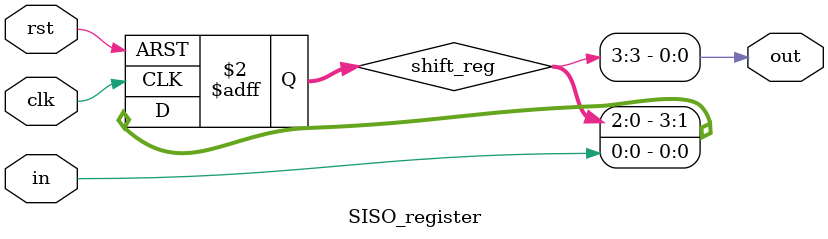
<source format=v>
module SISO_register (in, clk, rst, out);
    input wire in;
    input clk, rst;
    output wire out; // it is a 4-bit register
    
    reg [3:0] shift_reg;

    always @(posedge clk or posedge rst) begin
        if (rst) begin
            shift_reg <= 4'b0000;
        end else begin
            shift_reg <= {shift_reg[2:0], in};
        end
    end
    
   assign out = shift_reg[3];

endmodule
</source>
